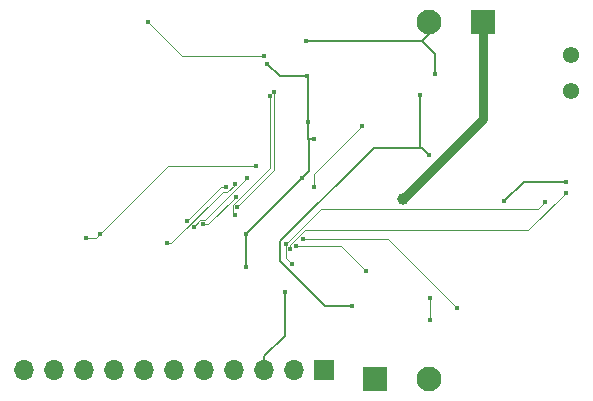
<source format=gbr>
%TF.GenerationSoftware,KiCad,Pcbnew,7.0.5*%
%TF.CreationDate,2023-10-10T15:43:22+02:00*%
%TF.ProjectId,sharp-ce140f-emul_v2,73686172-702d-4636-9531-3430662d656d,rev?*%
%TF.SameCoordinates,Original*%
%TF.FileFunction,Copper,L2,Bot*%
%TF.FilePolarity,Positive*%
%FSLAX46Y46*%
G04 Gerber Fmt 4.6, Leading zero omitted, Abs format (unit mm)*
G04 Created by KiCad (PCBNEW 7.0.5) date 2023-10-10 15:43:22*
%MOMM*%
%LPD*%
G01*
G04 APERTURE LIST*
G04 Aperture macros list*
%AMRoundRect*
0 Rectangle with rounded corners*
0 $1 Rounding radius*
0 $2 $3 $4 $5 $6 $7 $8 $9 X,Y pos of 4 corners*
0 Add a 4 corners polygon primitive as box body*
4,1,4,$2,$3,$4,$5,$6,$7,$8,$9,$2,$3,0*
0 Add four circle primitives for the rounded corners*
1,1,$1+$1,$2,$3*
1,1,$1+$1,$4,$5*
1,1,$1+$1,$6,$7*
1,1,$1+$1,$8,$9*
0 Add four rect primitives between the rounded corners*
20,1,$1+$1,$2,$3,$4,$5,0*
20,1,$1+$1,$4,$5,$6,$7,0*
20,1,$1+$1,$6,$7,$8,$9,0*
20,1,$1+$1,$8,$9,$2,$3,0*%
G04 Aperture macros list end*
%TA.AperFunction,ComponentPad*%
%ADD10R,1.700000X1.700000*%
%TD*%
%TA.AperFunction,ComponentPad*%
%ADD11O,1.700000X1.700000*%
%TD*%
%TA.AperFunction,ComponentPad*%
%ADD12RoundRect,0.250001X-0.799999X-0.799999X0.799999X-0.799999X0.799999X0.799999X-0.799999X0.799999X0*%
%TD*%
%TA.AperFunction,ComponentPad*%
%ADD13C,2.100000*%
%TD*%
%TA.AperFunction,ComponentPad*%
%ADD14RoundRect,0.250001X0.799999X0.799999X-0.799999X0.799999X-0.799999X-0.799999X0.799999X-0.799999X0*%
%TD*%
%TA.AperFunction,ComponentPad*%
%ADD15C,1.381000*%
%TD*%
%TA.AperFunction,ViaPad*%
%ADD16C,0.400000*%
%TD*%
%TA.AperFunction,ViaPad*%
%ADD17C,1.000000*%
%TD*%
%TA.AperFunction,Conductor*%
%ADD18C,0.100000*%
%TD*%
%TA.AperFunction,Conductor*%
%ADD19C,0.800000*%
%TD*%
%TA.AperFunction,Conductor*%
%ADD20C,0.200000*%
%TD*%
G04 APERTURE END LIST*
D10*
%TO.P,J2,1,MT_OUT2*%
%TO.N,/mt_out2*%
X161544000Y-118872000D03*
D11*
%TO.P,J2,2,VGG*%
%TO.N,/vgg*%
X159004000Y-118872000D03*
%TO.P,J2,3,GND*%
%TO.N,GND*%
X156464000Y-118872000D03*
%TO.P,J2,4,BUSY*%
%TO.N,/busy*%
X153924000Y-118872000D03*
%TO.P,J2,5,DOUT*%
%TO.N,/dout*%
X151384000Y-118872000D03*
%TO.P,J2,6,X_IN*%
%TO.N,/x_in*%
X148844000Y-118872000D03*
%TO.P,J2,7,X_OUT*%
%TO.N,/x_out*%
X146304000Y-118872000D03*
%TO.P,J2,8,DIN*%
%TO.N,/din*%
X143764000Y-118872000D03*
%TO.P,J2,9,ACK*%
%TO.N,/ack*%
X141224000Y-118872000D03*
%TO.P,J2,10,SEL2*%
%TO.N,/sel2*%
X138684000Y-118872000D03*
%TO.P,J2,11,SEL1*%
%TO.N,/sel1*%
X136144000Y-118872000D03*
%TD*%
D12*
%TO.P,J1,1,Pin_1*%
%TO.N,/mt_out2*%
X165834000Y-119634000D03*
D13*
%TO.P,J1,2,Pin_2*%
%TO.N,/vgg*%
X170434000Y-119634000D03*
%TD*%
D14*
%TO.P,J5,1,Pin_1*%
%TO.N,/V_BAT*%
X175020000Y-89408000D03*
D13*
%TO.P,J5,2,Pin_2*%
%TO.N,GND*%
X170420000Y-89408000D03*
%TD*%
D15*
%TO.P,SW1,4,4*%
%TO.N,unconnected-(SW1-Pad4)*%
X182414000Y-95212000D03*
%TO.P,SW1,5,5*%
%TO.N,unconnected-(SW1-Pad5)*%
X182414000Y-92212000D03*
%TD*%
D16*
%TO.N,PA5*%
X154050500Y-104185600D03*
X151276500Y-106510300D03*
%TO.N,PA4*%
X153241000Y-103402700D03*
X149918100Y-106282000D03*
%TO.N,PA3*%
X153970700Y-103121300D03*
X148222600Y-108138600D03*
%TO.N,PA2*%
X154985700Y-102598500D03*
X150487000Y-106743300D03*
%TO.N,PA0*%
X155773600Y-101605300D03*
X141384500Y-107684700D03*
X142562200Y-107327800D03*
%TO.N,SD_CS*%
X153994600Y-105786000D03*
X156977900Y-95693100D03*
%TO.N,SPI1_MOSI*%
X157338000Y-95296900D03*
X154204100Y-105037500D03*
%TO.N,SPI1_SCK*%
X156464500Y-92285800D03*
X146612300Y-89421600D03*
%TO.N,/BOOT0*%
X160648900Y-103414500D03*
X164714200Y-98206300D03*
%TO.N,SWCLK*%
X159742600Y-107783400D03*
X172774500Y-113622200D03*
%TO.N,SWDIO*%
X159192800Y-108332500D03*
X165091100Y-110463300D03*
D17*
%TO.N,/V_BAT*%
X168225100Y-104429900D03*
D16*
%TO.N,USB_D-*%
X158692600Y-108583900D03*
X181995700Y-103840000D03*
%TO.N,USB_D+*%
X158338900Y-108215100D03*
X180269400Y-104620200D03*
X158811800Y-109887600D03*
%TO.N,+5V*%
X182026800Y-102921000D03*
X176807500Y-104596900D03*
%TO.N,VPP*%
X170434000Y-100678000D03*
X163940100Y-113421100D03*
X169680400Y-95614000D03*
%TO.N,Net-(D1-Pad1)*%
X170493300Y-112762000D03*
X170493300Y-114662900D03*
%TO.N,+3V3*%
X159640700Y-102598500D03*
X160214900Y-97898400D03*
X160079500Y-93996200D03*
X156739100Y-92961400D03*
X160721300Y-99291300D03*
X154898500Y-107340700D03*
X154948100Y-110130500D03*
%TO.N,GND*%
X159967000Y-91039200D03*
X170905400Y-93849100D03*
X158186600Y-112281000D03*
%TD*%
D18*
%TO.N,PA5*%
X151725800Y-106510300D02*
X151276500Y-106510300D01*
X154050500Y-104185600D02*
X151725800Y-106510300D01*
%TO.N,PA4*%
X152797400Y-103402700D02*
X153241000Y-103402700D01*
X149918100Y-106282000D02*
X152797400Y-103402700D01*
%TO.N,PA3*%
X148596400Y-108138600D02*
X148222600Y-108138600D01*
X152943400Y-103791600D02*
X148596400Y-108138600D01*
X153355900Y-103791600D02*
X152943400Y-103791600D01*
X153970700Y-103176800D02*
X153355900Y-103791600D01*
X153970700Y-103121300D02*
X153970700Y-103176800D01*
%TO.N,PA2*%
X154985700Y-102629000D02*
X154985700Y-102598500D01*
X151456500Y-106158200D02*
X154985700Y-102629000D01*
X151072100Y-106158200D02*
X151456500Y-106158200D01*
X150487000Y-106743300D02*
X151072100Y-106158200D01*
%TO.N,PA0*%
X142205300Y-107684700D02*
X142562200Y-107327800D01*
X141384500Y-107684700D02*
X142205300Y-107684700D01*
X148284700Y-101605300D02*
X142562200Y-107327800D01*
X155773600Y-101605300D02*
X148284700Y-101605300D01*
%TO.N,SD_CS*%
X153847700Y-105639100D02*
X153994600Y-105786000D01*
X153847700Y-104884100D02*
X153847700Y-105639100D01*
X156977900Y-101753900D02*
X153847700Y-104884100D01*
X156977900Y-95693100D02*
X156977900Y-101753900D01*
%TO.N,SPI1_MOSI*%
X157338000Y-101903600D02*
X157338000Y-95296900D01*
X154204100Y-105037500D02*
X157338000Y-101903600D01*
%TO.N,SPI1_SCK*%
X149476500Y-92285800D02*
X146612300Y-89421600D01*
X156464500Y-92285800D02*
X149476500Y-92285800D01*
%TO.N,/BOOT0*%
X160648900Y-102271600D02*
X164714200Y-98206300D01*
X160648900Y-103414500D02*
X160648900Y-102271600D01*
%TO.N,SWCLK*%
X166935700Y-107783400D02*
X172774500Y-113622200D01*
X159742600Y-107783400D02*
X166935700Y-107783400D01*
%TO.N,SWDIO*%
X162960300Y-108332500D02*
X159192800Y-108332500D01*
X165091100Y-110463300D02*
X162960300Y-108332500D01*
D19*
%TO.N,/V_BAT*%
X175020000Y-97635000D02*
X168225100Y-104429900D01*
X175020000Y-89408000D02*
X175020000Y-97635000D01*
D18*
%TO.N,USB_D-*%
X158692600Y-108316200D02*
X158692600Y-108583900D01*
X159962600Y-107046200D02*
X158692600Y-108316200D01*
X178789500Y-107046200D02*
X159962600Y-107046200D01*
X181995700Y-103840000D02*
X178789500Y-107046200D01*
%TO.N,USB_D+*%
X161318100Y-105235900D02*
X158338900Y-108215100D01*
X179653700Y-105235900D02*
X161318100Y-105235900D01*
X180269400Y-104620200D02*
X179653700Y-105235900D01*
X158338900Y-109414700D02*
X158811800Y-109887600D01*
X158338900Y-108215100D02*
X158338900Y-109414700D01*
D20*
%TO.N,+5V*%
X178483400Y-102921000D02*
X182026800Y-102921000D01*
X176807500Y-104596900D02*
X178483400Y-102921000D01*
%TO.N,VPP*%
X169680400Y-95614000D02*
X169680400Y-100051500D01*
X169807500Y-100051500D02*
X169680400Y-100051500D01*
X170434000Y-100678000D02*
X169807500Y-100051500D01*
X161632400Y-113421100D02*
X163940100Y-113421100D01*
X157813000Y-109601700D02*
X161632400Y-113421100D01*
X157813000Y-107964600D02*
X157813000Y-109601700D01*
X165726100Y-100051500D02*
X157813000Y-107964600D01*
X169680400Y-100051500D02*
X165726100Y-100051500D01*
D18*
%TO.N,Net-(D1-Pad1)*%
X170493300Y-114662900D02*
X170493300Y-112762000D01*
D20*
%TO.N,+3V3*%
X160214900Y-94131600D02*
X160079500Y-93996200D01*
X160214900Y-97898400D02*
X160214900Y-94131600D01*
X157773900Y-93996200D02*
X156739100Y-92961400D01*
X160079500Y-93996200D02*
X157773900Y-93996200D01*
X160229700Y-99291300D02*
X160721300Y-99291300D01*
X160214900Y-99276500D02*
X160229700Y-99291300D01*
X160214900Y-97898400D02*
X160214900Y-99276500D01*
X160229700Y-102009500D02*
X159640700Y-102598500D01*
X160229700Y-99291300D02*
X160229700Y-102009500D01*
X154898500Y-107340700D02*
X159640700Y-102598500D01*
X154948100Y-107390300D02*
X154948100Y-110130500D01*
X154898500Y-107340700D02*
X154948100Y-107390300D01*
%TO.N,GND*%
X170420000Y-90411200D02*
X169792000Y-91039200D01*
X170420000Y-89408000D02*
X170420000Y-90411200D01*
X169792000Y-91039200D02*
X159967000Y-91039200D01*
X158186600Y-115999100D02*
X158186600Y-112281000D01*
X156464000Y-117721700D02*
X158186600Y-115999100D01*
X156464000Y-118872000D02*
X156464000Y-117721700D01*
X170905400Y-92152600D02*
X170905400Y-93849100D01*
X169792000Y-91039200D02*
X170905400Y-92152600D01*
%TD*%
M02*

</source>
